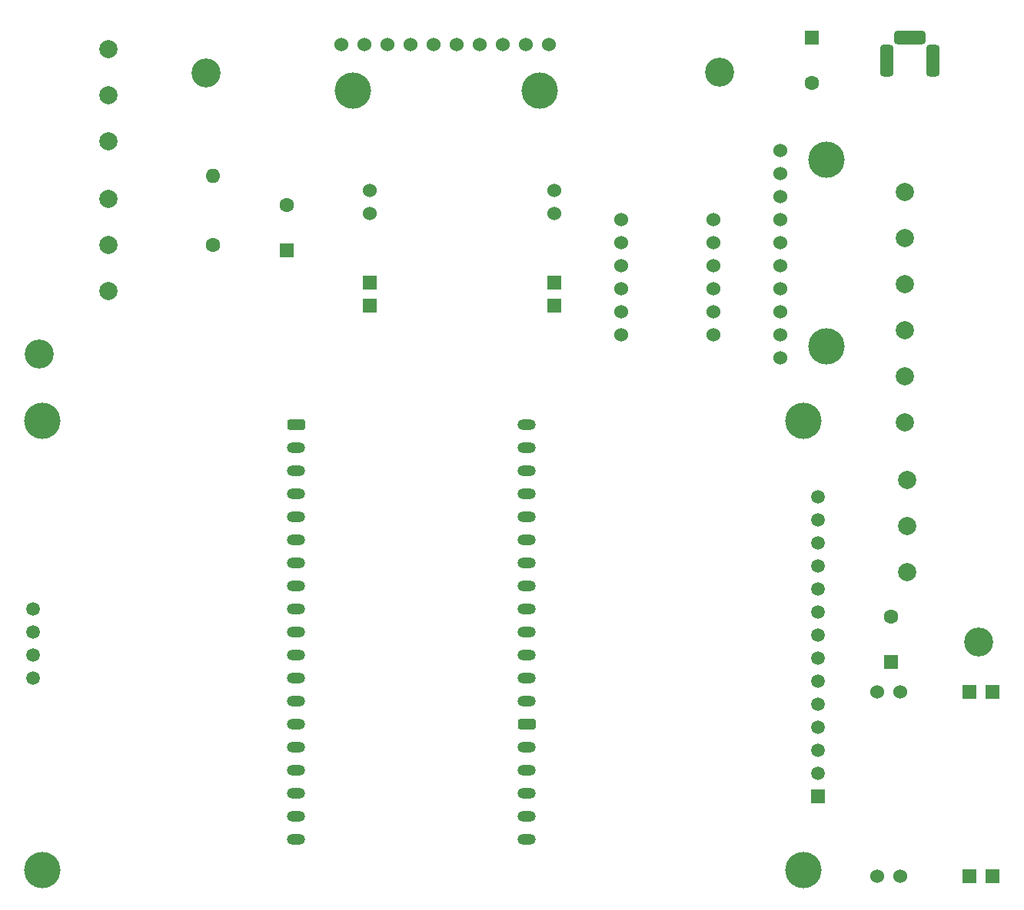
<source format=gbr>
%TF.GenerationSoftware,KiCad,Pcbnew,(5.1.10)-1*%
%TF.CreationDate,2021-10-02T14:55:05+00:00*%
%TF.ProjectId,watermixer,77617465-726d-4697-9865-722e6b696361,v1.0*%
%TF.SameCoordinates,Original*%
%TF.FileFunction,Soldermask,Bot*%
%TF.FilePolarity,Negative*%
%FSLAX46Y46*%
G04 Gerber Fmt 4.6, Leading zero omitted, Abs format (unit mm)*
G04 Created by KiCad (PCBNEW (5.1.10)-1) date 2021-10-02 14:55:05*
%MOMM*%
%LPD*%
G01*
G04 APERTURE LIST*
%ADD10O,1.600000X1.600000*%
%ADD11C,1.600000*%
%ADD12C,4.000000*%
%ADD13C,1.524000*%
%ADD14R,1.600000X1.600000*%
%ADD15C,1.500000*%
%ADD16R,1.500000X1.500000*%
%ADD17O,2.000000X1.200000*%
%ADD18C,2.000000*%
%ADD19C,3.200000*%
%ADD20R,1.524000X1.524000*%
G04 APERTURE END LIST*
D10*
%TO.C,R1*%
X96012000Y-44450000D03*
D11*
X96012000Y-52070000D03*
%TD*%
D12*
%TO.C,U5*%
X111379000Y-35052000D03*
X131953000Y-35052000D03*
D13*
X110109000Y-29972000D03*
X112649000Y-29972000D03*
X115189000Y-29972000D03*
X117729000Y-29972000D03*
X120269000Y-29972000D03*
X122809000Y-29972000D03*
X125349000Y-29972000D03*
X127889000Y-29972000D03*
X130429000Y-29972000D03*
X132969000Y-29972000D03*
%TD*%
D11*
%TO.C,C1*%
X170688000Y-93044000D03*
D14*
X170688000Y-98044000D03*
%TD*%
D13*
%TO.C,U4*%
X158496000Y-41656000D03*
X158496000Y-44196000D03*
X158496000Y-46736000D03*
X158496000Y-49276000D03*
X158496000Y-51816000D03*
X158496000Y-54356000D03*
X158496000Y-56896000D03*
X158496000Y-59436000D03*
X158496000Y-61976000D03*
X158496000Y-64516000D03*
D12*
X163576000Y-42672000D03*
X163576000Y-63246000D03*
%TD*%
D15*
%TO.C,U1*%
X162580000Y-79857600D03*
X162580000Y-82397600D03*
X162580000Y-84937600D03*
X162580000Y-87477600D03*
D16*
X162580000Y-112877600D03*
D15*
X162580000Y-110337600D03*
X162580000Y-107797600D03*
X162580000Y-105257600D03*
X162580000Y-102717600D03*
X162580000Y-100177600D03*
X162580000Y-97637600D03*
X162580000Y-95097600D03*
X162580000Y-92557600D03*
X76200000Y-99822000D03*
X76200000Y-97282000D03*
X76200000Y-94742000D03*
X76200000Y-92202000D03*
X162580000Y-90017600D03*
D12*
X161025000Y-121008000D03*
X77205000Y-121008000D03*
X77205000Y-71478000D03*
X161025000Y-71478000D03*
%TD*%
%TO.C,U2*%
G36*
G01*
X104452320Y-71284720D02*
X105852320Y-71284720D01*
G75*
G02*
X106152320Y-71584720I0J-300000D01*
G01*
X106152320Y-72184720D01*
G75*
G02*
X105852320Y-72484720I-300000J0D01*
G01*
X104452320Y-72484720D01*
G75*
G02*
X104152320Y-72184720I0J300000D01*
G01*
X104152320Y-71584720D01*
G75*
G02*
X104452320Y-71284720I300000J0D01*
G01*
G37*
D17*
X105152320Y-74424720D03*
X105152320Y-76964720D03*
X105152320Y-79504720D03*
X105152320Y-82044720D03*
X105152320Y-84584720D03*
X105152320Y-87124720D03*
X105152320Y-89664720D03*
X105152320Y-92204720D03*
X105152320Y-94744720D03*
X105152320Y-97284720D03*
X105152320Y-99824720D03*
X105152320Y-102364720D03*
X105152320Y-104904720D03*
X105152320Y-107444720D03*
X105152320Y-109984720D03*
X105152320Y-112524720D03*
X105156000Y-115062000D03*
X105156000Y-117602000D03*
X130552320Y-117604720D03*
X130552320Y-115064720D03*
X130552320Y-112524720D03*
X130552320Y-109984720D03*
X130552320Y-107444720D03*
G36*
G01*
X129852320Y-104304720D02*
X131252320Y-104304720D01*
G75*
G02*
X131552320Y-104604720I0J-300000D01*
G01*
X131552320Y-105204720D01*
G75*
G02*
X131252320Y-105504720I-300000J0D01*
G01*
X129852320Y-105504720D01*
G75*
G02*
X129552320Y-105204720I0J300000D01*
G01*
X129552320Y-104604720D01*
G75*
G02*
X129852320Y-104304720I300000J0D01*
G01*
G37*
X130552320Y-102364720D03*
X130552320Y-99824720D03*
X130552320Y-97284720D03*
X130552320Y-94744720D03*
X130552320Y-92204720D03*
X130552320Y-89664720D03*
X130552320Y-87124720D03*
X130552320Y-84584720D03*
X130552320Y-82044720D03*
X130552320Y-79504720D03*
X130552320Y-76964720D03*
X130552320Y-74424720D03*
X130552320Y-71884720D03*
%TD*%
D18*
%TO.C,JPress1*%
X84455000Y-46990000D03*
X84455000Y-52070000D03*
X84455000Y-57150000D03*
%TD*%
%TO.C,JTemp1*%
X84455000Y-30480000D03*
X84455000Y-35560000D03*
X84455000Y-40640000D03*
%TD*%
D19*
%TO.C,H4*%
X151765000Y-33020000D03*
%TD*%
%TO.C,H3*%
X180340000Y-95885000D03*
%TD*%
%TO.C,H2*%
X76835000Y-64135000D03*
%TD*%
%TO.C,H1*%
X95250000Y-33147000D03*
%TD*%
D14*
%TO.C,C3*%
X161925000Y-29210000D03*
D11*
X161925000Y-34210000D03*
%TD*%
%TO.C,C2*%
X104140000Y-47705000D03*
D14*
X104140000Y-52705000D03*
%TD*%
D13*
%TO.C,U3*%
X140970000Y-54356000D03*
X151130000Y-54356000D03*
X140970000Y-56896000D03*
X151130000Y-56896000D03*
X140970000Y-49276000D03*
X151130000Y-49276000D03*
X140970000Y-51816000D03*
X151130000Y-51816000D03*
X140970000Y-59436000D03*
X151130000Y-59436000D03*
X140970000Y-61976000D03*
X151130000Y-61976000D03*
%TD*%
D18*
%TO.C,JHC_VALVES1*%
X172212000Y-71628000D03*
X172212000Y-66548000D03*
X172212000Y-61468000D03*
X172212000Y-56388000D03*
X172212000Y-51308000D03*
X172212000Y-46228000D03*
%TD*%
%TO.C,JD_VALVE1*%
X172466000Y-88138000D03*
X172466000Y-83058000D03*
X172466000Y-77978000D03*
%TD*%
%TO.C,J_12V1*%
G36*
G01*
X174470000Y-28835000D02*
X174470000Y-29585000D01*
G75*
G02*
X174095000Y-29960000I-375000J0D01*
G01*
X171345000Y-29960000D01*
G75*
G02*
X170970000Y-29585000I0J375000D01*
G01*
X170970000Y-28835000D01*
G75*
G02*
X171345000Y-28460000I375000J0D01*
G01*
X174095000Y-28460000D01*
G75*
G02*
X174470000Y-28835000I0J-375000D01*
G01*
G37*
G36*
G01*
X176010000Y-30375000D02*
X176010000Y-33125000D01*
G75*
G02*
X175635000Y-33500000I-375000J0D01*
G01*
X174885000Y-33500000D01*
G75*
G02*
X174510000Y-33125000I0J375000D01*
G01*
X174510000Y-30375000D01*
G75*
G02*
X174885000Y-30000000I375000J0D01*
G01*
X175635000Y-30000000D01*
G75*
G02*
X176010000Y-30375000I0J-375000D01*
G01*
G37*
G36*
G01*
X170930000Y-30375000D02*
X170930000Y-33125000D01*
G75*
G02*
X170555000Y-33500000I-375000J0D01*
G01*
X169805000Y-33500000D01*
G75*
G02*
X169430000Y-33125000I0J375000D01*
G01*
X169430000Y-30375000D01*
G75*
G02*
X169805000Y-30000000I375000J0D01*
G01*
X170555000Y-30000000D01*
G75*
G02*
X170930000Y-30375000I0J-375000D01*
G01*
G37*
%TD*%
D13*
%TO.C,U6*%
X133540500Y-46101000D03*
X133540500Y-48641000D03*
D20*
X133540500Y-56261000D03*
X133540500Y-58801000D03*
D13*
X113220500Y-46101000D03*
X113220500Y-48641000D03*
D20*
X113220500Y-56261000D03*
X113220500Y-58801000D03*
%TD*%
D13*
%TO.C,U7*%
X169164000Y-101346000D03*
X171704000Y-101346000D03*
D20*
X179324000Y-101346000D03*
X181864000Y-101346000D03*
D13*
X169164000Y-121666000D03*
X171704000Y-121666000D03*
D20*
X179324000Y-121666000D03*
X181864000Y-121666000D03*
%TD*%
M02*

</source>
